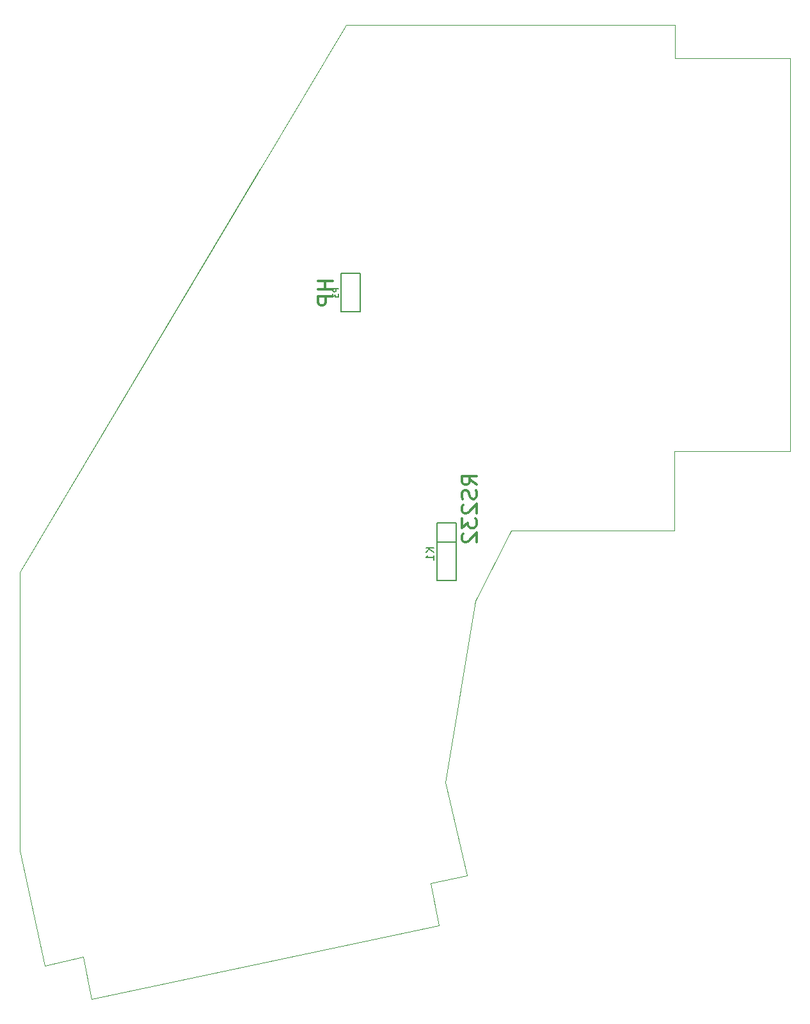
<source format=gbo>
G04 (created by PCBNEW (2013-07-07 BZR 4022)-stable) date 27/12/2022 09:16:34*
%MOIN*%
G04 Gerber Fmt 3.4, Leading zero omitted, Abs format*
%FSLAX34Y34*%
G01*
G70*
G90*
G04 APERTURE LIST*
%ADD10C,0.00590551*%
%ADD11C,0.00393701*%
%ADD12C,0.0137795*%
%ADD13C,0.0120079*%
%ADD14C,0.006*%
G04 APERTURE END LIST*
G54D10*
G54D11*
X-34150Y-43000D02*
X-34150Y-28500D01*
X-34150Y-43000D02*
X-32850Y-49000D01*
X-10400Y-30000D02*
X-11975Y-39475D01*
X-11975Y-39450D02*
X-10850Y-44300D01*
G54D12*
X-10331Y-23943D02*
X-10706Y-23681D01*
X-10331Y-23493D02*
X-11118Y-23493D01*
X-11118Y-23793D01*
X-11081Y-23868D01*
X-11043Y-23906D01*
X-10968Y-23943D01*
X-10856Y-23943D01*
X-10781Y-23906D01*
X-10743Y-23868D01*
X-10706Y-23793D01*
X-10706Y-23493D01*
X-10368Y-24243D02*
X-10331Y-24356D01*
X-10331Y-24543D01*
X-10368Y-24618D01*
X-10406Y-24656D01*
X-10481Y-24693D01*
X-10556Y-24693D01*
X-10631Y-24656D01*
X-10668Y-24618D01*
X-10706Y-24543D01*
X-10743Y-24393D01*
X-10781Y-24318D01*
X-10818Y-24281D01*
X-10893Y-24243D01*
X-10968Y-24243D01*
X-11043Y-24281D01*
X-11081Y-24318D01*
X-11118Y-24393D01*
X-11118Y-24581D01*
X-11081Y-24693D01*
X-11043Y-24993D02*
X-11081Y-25031D01*
X-11118Y-25106D01*
X-11118Y-25293D01*
X-11081Y-25368D01*
X-11043Y-25406D01*
X-10968Y-25443D01*
X-10893Y-25443D01*
X-10781Y-25406D01*
X-10331Y-24956D01*
X-10331Y-25443D01*
X-11118Y-25706D02*
X-11118Y-26193D01*
X-10818Y-25931D01*
X-10818Y-26043D01*
X-10781Y-26118D01*
X-10743Y-26156D01*
X-10668Y-26193D01*
X-10481Y-26193D01*
X-10406Y-26156D01*
X-10368Y-26118D01*
X-10331Y-26043D01*
X-10331Y-25818D01*
X-10368Y-25743D01*
X-10406Y-25706D01*
X-11043Y-26493D02*
X-11081Y-26531D01*
X-11118Y-26606D01*
X-11118Y-26793D01*
X-11081Y-26868D01*
X-11043Y-26906D01*
X-10968Y-26943D01*
X-10893Y-26943D01*
X-10781Y-26906D01*
X-10331Y-26456D01*
X-10331Y-26943D01*
G54D13*
X-17831Y-13331D02*
X-18618Y-13331D01*
X-18243Y-13331D02*
X-18243Y-13781D01*
X-17831Y-13781D02*
X-18618Y-13781D01*
X-17831Y-14156D02*
X-18618Y-14156D01*
X-18618Y-14456D01*
X-18581Y-14531D01*
X-18543Y-14568D01*
X-18468Y-14606D01*
X-18356Y-14606D01*
X-18281Y-14568D01*
X-18243Y-14531D01*
X-18206Y-14456D01*
X-18206Y-14156D01*
G54D11*
X-11500Y0D02*
X-17150Y0D01*
X-2950Y-26350D02*
X-8550Y-26350D01*
X6000Y-1750D02*
X0Y-1750D01*
X6000Y-1750D02*
X6000Y-22200D01*
X0Y0D02*
X-12000Y0D01*
X0Y-1750D02*
X0Y0D01*
X-8550Y-26350D02*
X-10400Y-30000D01*
X-50Y-26350D02*
X-3450Y-26350D01*
X-50Y-22200D02*
X-50Y-26350D01*
X5950Y-22200D02*
X-50Y-22200D01*
X-12750Y-44700D02*
X-10850Y-44300D01*
X-12300Y-46900D02*
X-12750Y-44700D01*
X-30400Y-50750D02*
X-12300Y-46900D01*
X-30850Y-48550D02*
X-30400Y-50750D01*
X-32850Y-49000D02*
X-30850Y-48550D01*
X-34150Y-28500D02*
X-17150Y0D01*
X-21650Y-7500D02*
X-34150Y-28500D01*
G54D14*
X-11400Y-25950D02*
X-12400Y-25950D01*
X-12400Y-25950D02*
X-12400Y-28950D01*
X-12400Y-28950D02*
X-11400Y-28950D01*
X-11400Y-28950D02*
X-11400Y-25950D01*
X-12400Y-26950D02*
X-11400Y-26950D01*
X-16400Y-12950D02*
X-17400Y-12950D01*
X-17400Y-12950D02*
X-17400Y-14950D01*
X-17400Y-14950D02*
X-16400Y-14950D01*
X-16400Y-14950D02*
X-16400Y-12950D01*
X-12588Y-27254D02*
X-12988Y-27254D01*
X-12588Y-27483D02*
X-12816Y-27311D01*
X-12988Y-27483D02*
X-12759Y-27254D01*
X-12588Y-27864D02*
X-12588Y-27635D01*
X-12588Y-27750D02*
X-12988Y-27750D01*
X-12930Y-27711D01*
X-12892Y-27673D01*
X-12873Y-27635D01*
X-17528Y-13728D02*
X-17828Y-13728D01*
X-17828Y-13842D01*
X-17814Y-13871D01*
X-17800Y-13885D01*
X-17771Y-13900D01*
X-17728Y-13900D01*
X-17700Y-13885D01*
X-17685Y-13871D01*
X-17671Y-13842D01*
X-17671Y-13728D01*
X-17828Y-14000D02*
X-17828Y-14185D01*
X-17714Y-14085D01*
X-17714Y-14128D01*
X-17700Y-14157D01*
X-17685Y-14171D01*
X-17657Y-14185D01*
X-17585Y-14185D01*
X-17557Y-14171D01*
X-17542Y-14157D01*
X-17528Y-14128D01*
X-17528Y-14042D01*
X-17542Y-14014D01*
X-17557Y-14000D01*
M02*

</source>
